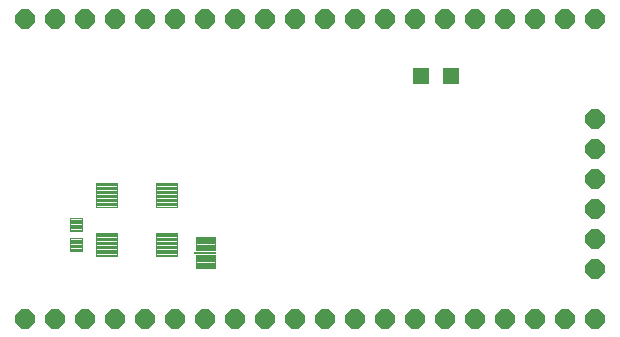
<source format=gbs>
G75*
G70*
%OFA0B0*%
%FSLAX24Y24*%
%IPPOS*%
%LPD*%
%AMOC8*
5,1,8,0,0,1.08239X$1,22.5*
%
%ADD10OC8,0.0640*%
%ADD11C,0.0045*%
%ADD12C,0.0040*%
%ADD13R,0.0720X0.0060*%
%ADD14C,0.0043*%
%ADD15R,0.0555X0.0555*%
D10*
X003671Y001161D03*
X004671Y001161D03*
X005671Y001161D03*
X006671Y001161D03*
X007671Y001161D03*
X008671Y001161D03*
X009671Y001161D03*
X010671Y001161D03*
X011671Y001161D03*
X012671Y001161D03*
X013671Y001161D03*
X014671Y001161D03*
X015671Y001161D03*
X016671Y001161D03*
X017671Y001161D03*
X018671Y001161D03*
X019671Y001161D03*
X020671Y001161D03*
X021671Y001161D03*
X022671Y001161D03*
X022671Y002811D03*
X022671Y003811D03*
X022671Y004811D03*
X022671Y005811D03*
X022671Y006811D03*
X022671Y007811D03*
X022671Y011161D03*
X021671Y011161D03*
X020671Y011161D03*
X019671Y011161D03*
X018671Y011161D03*
X017671Y011161D03*
X016671Y011161D03*
X015671Y011161D03*
X014671Y011161D03*
X013671Y011161D03*
X012671Y011161D03*
X011671Y011161D03*
X010671Y011161D03*
X009671Y011161D03*
X008671Y011161D03*
X007671Y011161D03*
X006671Y011161D03*
X005671Y011161D03*
X004671Y011161D03*
X003671Y011161D03*
D11*
X006019Y004897D02*
X006723Y004897D01*
X006019Y004897D02*
X006019Y005679D01*
X006723Y005679D01*
X006723Y004897D01*
X006723Y004941D02*
X006019Y004941D01*
X006019Y004985D02*
X006723Y004985D01*
X006723Y005029D02*
X006019Y005029D01*
X006019Y005073D02*
X006723Y005073D01*
X006723Y005117D02*
X006019Y005117D01*
X006019Y005161D02*
X006723Y005161D01*
X006723Y005205D02*
X006019Y005205D01*
X006019Y005249D02*
X006723Y005249D01*
X006723Y005293D02*
X006019Y005293D01*
X006019Y005337D02*
X006723Y005337D01*
X006723Y005381D02*
X006019Y005381D01*
X006019Y005425D02*
X006723Y005425D01*
X006723Y005469D02*
X006019Y005469D01*
X006019Y005513D02*
X006723Y005513D01*
X006723Y005557D02*
X006019Y005557D01*
X006019Y005601D02*
X006723Y005601D01*
X006723Y005645D02*
X006019Y005645D01*
X008019Y004897D02*
X008723Y004897D01*
X008019Y004897D02*
X008019Y005679D01*
X008723Y005679D01*
X008723Y004897D01*
X008723Y004941D02*
X008019Y004941D01*
X008019Y004985D02*
X008723Y004985D01*
X008723Y005029D02*
X008019Y005029D01*
X008019Y005073D02*
X008723Y005073D01*
X008723Y005117D02*
X008019Y005117D01*
X008019Y005161D02*
X008723Y005161D01*
X008723Y005205D02*
X008019Y005205D01*
X008019Y005249D02*
X008723Y005249D01*
X008723Y005293D02*
X008019Y005293D01*
X008019Y005337D02*
X008723Y005337D01*
X008723Y005381D02*
X008019Y005381D01*
X008019Y005425D02*
X008723Y005425D01*
X008723Y005469D02*
X008019Y005469D01*
X008019Y005513D02*
X008723Y005513D01*
X008723Y005557D02*
X008019Y005557D01*
X008019Y005601D02*
X008723Y005601D01*
X008723Y005645D02*
X008019Y005645D01*
X008019Y003243D02*
X008723Y003243D01*
X008019Y003243D02*
X008019Y004025D01*
X008723Y004025D01*
X008723Y003243D01*
X008723Y003287D02*
X008019Y003287D01*
X008019Y003331D02*
X008723Y003331D01*
X008723Y003375D02*
X008019Y003375D01*
X008019Y003419D02*
X008723Y003419D01*
X008723Y003463D02*
X008019Y003463D01*
X008019Y003507D02*
X008723Y003507D01*
X008723Y003551D02*
X008019Y003551D01*
X008019Y003595D02*
X008723Y003595D01*
X008723Y003639D02*
X008019Y003639D01*
X008019Y003683D02*
X008723Y003683D01*
X008723Y003727D02*
X008019Y003727D01*
X008019Y003771D02*
X008723Y003771D01*
X008723Y003815D02*
X008019Y003815D01*
X008019Y003859D02*
X008723Y003859D01*
X008723Y003903D02*
X008019Y003903D01*
X008019Y003947D02*
X008723Y003947D01*
X008723Y003991D02*
X008019Y003991D01*
X006723Y003243D02*
X006019Y003243D01*
X006019Y004025D01*
X006723Y004025D01*
X006723Y003243D01*
X006723Y003287D02*
X006019Y003287D01*
X006019Y003331D02*
X006723Y003331D01*
X006723Y003375D02*
X006019Y003375D01*
X006019Y003419D02*
X006723Y003419D01*
X006723Y003463D02*
X006019Y003463D01*
X006019Y003507D02*
X006723Y003507D01*
X006723Y003551D02*
X006019Y003551D01*
X006019Y003595D02*
X006723Y003595D01*
X006723Y003639D02*
X006019Y003639D01*
X006019Y003683D02*
X006723Y003683D01*
X006723Y003727D02*
X006019Y003727D01*
X006019Y003771D02*
X006723Y003771D01*
X006723Y003815D02*
X006019Y003815D01*
X006019Y003859D02*
X006723Y003859D01*
X006723Y003903D02*
X006019Y003903D01*
X006019Y003947D02*
X006723Y003947D01*
X006723Y003991D02*
X006019Y003991D01*
D12*
X009356Y003891D02*
X009356Y003431D01*
X009356Y003891D02*
X009986Y003891D01*
X009986Y003431D01*
X009356Y003431D01*
X009356Y003470D02*
X009986Y003470D01*
X009986Y003509D02*
X009356Y003509D01*
X009356Y003548D02*
X009986Y003548D01*
X009986Y003587D02*
X009356Y003587D01*
X009356Y003626D02*
X009986Y003626D01*
X009986Y003665D02*
X009356Y003665D01*
X009356Y003704D02*
X009986Y003704D01*
X009986Y003743D02*
X009356Y003743D01*
X009356Y003782D02*
X009986Y003782D01*
X009986Y003821D02*
X009356Y003821D01*
X009356Y003860D02*
X009986Y003860D01*
X009356Y003291D02*
X009356Y002831D01*
X009356Y003291D02*
X009986Y003291D01*
X009986Y002831D01*
X009356Y002831D01*
X009356Y002870D02*
X009986Y002870D01*
X009986Y002909D02*
X009356Y002909D01*
X009356Y002948D02*
X009986Y002948D01*
X009986Y002987D02*
X009356Y002987D01*
X009356Y003026D02*
X009986Y003026D01*
X009986Y003065D02*
X009356Y003065D01*
X009356Y003104D02*
X009986Y003104D01*
X009986Y003143D02*
X009356Y003143D01*
X009356Y003182D02*
X009986Y003182D01*
X009986Y003221D02*
X009356Y003221D01*
X009356Y003260D02*
X009986Y003260D01*
D13*
X009671Y003361D03*
D14*
X005567Y003412D02*
X005567Y003842D01*
X005567Y003412D02*
X005175Y003412D01*
X005175Y003842D01*
X005567Y003842D01*
X005567Y003454D02*
X005175Y003454D01*
X005175Y003496D02*
X005567Y003496D01*
X005567Y003538D02*
X005175Y003538D01*
X005175Y003580D02*
X005567Y003580D01*
X005567Y003622D02*
X005175Y003622D01*
X005175Y003664D02*
X005567Y003664D01*
X005567Y003706D02*
X005175Y003706D01*
X005175Y003748D02*
X005567Y003748D01*
X005567Y003790D02*
X005175Y003790D01*
X005175Y003832D02*
X005567Y003832D01*
X005567Y004081D02*
X005567Y004511D01*
X005567Y004081D02*
X005175Y004081D01*
X005175Y004511D01*
X005567Y004511D01*
X005567Y004123D02*
X005175Y004123D01*
X005175Y004165D02*
X005567Y004165D01*
X005567Y004207D02*
X005175Y004207D01*
X005175Y004249D02*
X005567Y004249D01*
X005567Y004291D02*
X005175Y004291D01*
X005175Y004333D02*
X005567Y004333D01*
X005567Y004375D02*
X005175Y004375D01*
X005175Y004417D02*
X005567Y004417D01*
X005567Y004459D02*
X005175Y004459D01*
X005175Y004501D02*
X005567Y004501D01*
D15*
X016871Y009261D03*
X017871Y009261D03*
M02*

</source>
